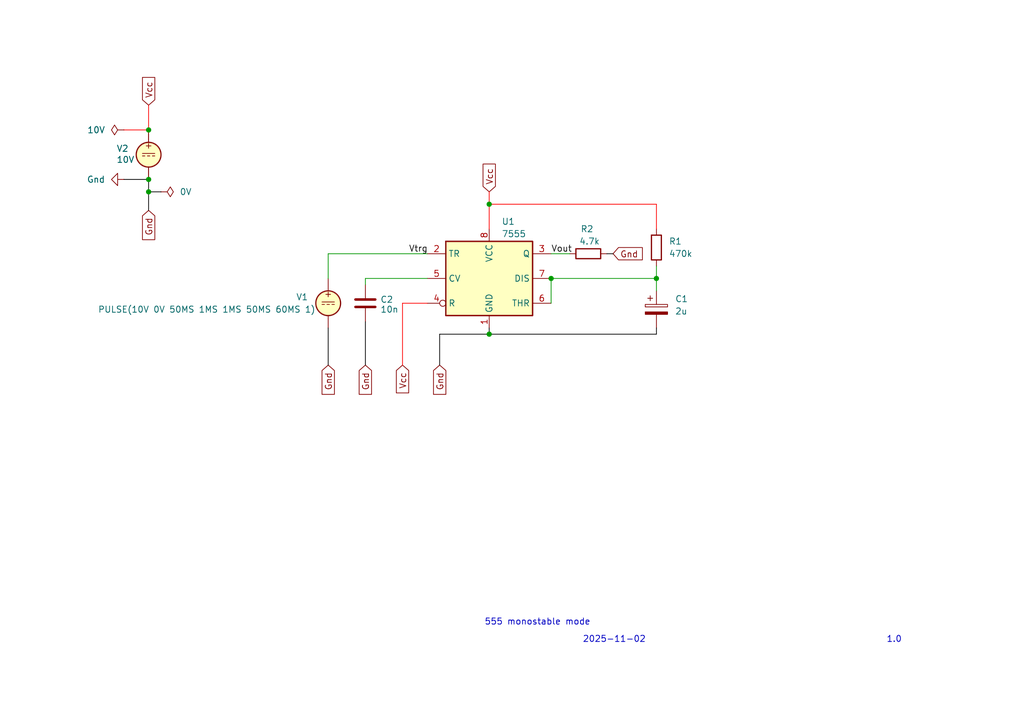
<source format=kicad_sch>
(kicad_sch (version 20250114) (generator "eeschema") (generator_version "9.0")
  (paper "A5")
  (lib_symbols
    (symbol "Device:C" (pin_numbers (hide yes)) (pin_names (offset 0.254))
      (property "Reference" "C" (at 0.635 2.54 0))
      (property "Value" "C" (at 0.635 -2.54 0))
      (symbol "C_0_1"
        (polyline (pts (xy -2.032 0.762) (xy 2.032 0.762)) (stroke (width 0.508)))
        (polyline (pts (xy -2.032 -0.762) (xy 2.032 -0.762)) (stroke (width 0.508)))
      )
      (symbol "C_1_1"
        (pin passive line (at 0 3.81 270) (length 2.794) (name "~") (number "1"))
        (pin passive line (at 0 -3.81 90) (length 2.794) (name "~") (number "2"))
      )
    )
    (symbol "Device:C_Polarized" (pin_numbers (hide yes)) (pin_names (offset 0.254))
      (property "Reference" "C" (at 0.635 2.54 0))
      (property "Value" "C_Polarized" (at 0.635 -2.54 0))
      (symbol "C_Polarized_0_1"
        (rectangle (start -2.286 0.508) (end 2.286 1.016))
        (polyline (pts (xy -1.778 2.286) (xy -0.762 2.286)))
        (polyline (pts (xy -1.27 2.794) (xy -1.27 1.778)))
        (rectangle (start 2.286 -0.508) (end -2.286 -1.016) (fill (type outline)))
      )
      (symbol "C_Polarized_1_1"
        (pin passive line (at 0 3.81 270) (length 2.794) (name "~") (number "1"))
        (pin passive line (at 0 -3.81 90) (length 2.794) (name "~") (number "2"))
      )
    )
    (symbol "Device:R" (pin_numbers (hide yes)) (pin_names (offset 0))
      (property "Reference" "R" (at 2.032 0 90))
      (property "Value" "R" (at 0 0 90))
      (symbol "R_0_1"
        (rectangle (start -1.016 -2.54) (end 1.016 2.54) (stroke (width 0.254)))
      )
      (symbol "R_1_1"
        (pin passive line (at 0 3.81 270) (length 1.27) (name "~") (number "1"))
        (pin passive line (at 0 -3.81 90) (length 1.27) (name "~") (number "2"))
      )
    )
    (symbol "Simulation_SPICE:VDC" (pin_numbers (hide yes)) (pin_names (offset 0.0254))
      (property "Reference" "V" (at 2.54 2.54 0))
      (property "Value" "1" (at 2.54 0 0))
      (symbol "VDC_0_0"
        (polyline (pts (xy -1.27 0.254) (xy 1.27 0.254)))
        (polyline (pts (xy -0.762 -0.254) (xy -1.27 -0.254)))
        (polyline (pts (xy 0.254 -0.254) (xy -0.254 -0.254)))
        (polyline (pts (xy 1.27 -0.254) (xy 0.762 -0.254)))
        (text "+" (at 0 1.905 0) (effects (font (size 1.27 1.27))))
      )
      (symbol "VDC_0_1"
        (circle (center 0 0) (radius 2.54) (stroke (width 0.254)) (fill (type background)))
      )
      (symbol "VDC_1_1"
        (pin passive line (at 0 5.08 270) (length 2.54) (name "~") (number "1"))
        (pin passive line (at 0 -5.08 90) (length 2.54) (name "~") (number "2"))
      )
    )
    (symbol "Timer:LM555xN"
      (property "Reference" "U" (at -10.16 8.89 0))
      (property "Value" "LM555xN" (at 2.54 8.89 0))
      (symbol "LM555xN_0_0"
        (pin power_in line (at 0 10.16 270) (length 2.54) (name "VCC") (number "8"))
        (pin power_in line (at 0 -10.16 90) (length 2.54) (name "GND") (number "1"))
      )
      (symbol "LM555xN_0_1"
        (rectangle (start -8.89 -7.62) (end 8.89 7.62) (stroke (width 0.254)) (fill (type background)))
        (rectangle (start -8.89 -7.62) (end 8.89 7.62) (stroke (width 0.254)) (fill (type background)))
      )
      (symbol "LM555xN_1_1"
        (pin input line (at -12.7 5.08 0) (length 3.81) (name "TR") (number "2"))
        (pin input line (at -12.7 0 0) (length 3.81) (name "CV") (number "5"))
        (pin input inverted (at -12.7 -5.08 0) (length 3.81) (name "R") (number "4"))
        (pin output line (at 12.7 5.08 180) (length 3.81) (name "Q") (number "3"))
        (pin input line (at 12.7 0 180) (length 3.81) (name "DIS") (number "7"))
        (pin input line (at 12.7 -5.08 180) (length 3.81) (name "THR") (number "6"))
      )
    )
    (symbol "power:GND" (power) (pin_numbers (hide yes)) (pin_names (offset 0) (hide yes))
      (property "Value" "GND" (at 0 -3.81 0))
      (symbol "GND_0_1"
        (polyline (pts (xy 0 0) (xy 0 -1.27) (xy 1.27 -1.27) (xy 0 -2.54) (xy -1.27 -1.27) (xy 0 -1.27)))
      )
      (symbol "GND_1_1"
        (pin power_in line (at 0 0 270) (length 0) (name "~") (number "1"))
      )
    )
    (symbol "power:PWR_FLAG" (power) (pin_numbers (hide yes)) (pin_names (offset 0) (hide yes))
      (property "Value" "PWR_FLAG" (at 0 3.81 0))
      (symbol "PWR_FLAG_0_0"
        (pin power_out line (at 0 0 90) (length 0) (name "~") (number "1"))
      )
      (symbol "PWR_FLAG_0_1"
        (polyline (pts (xy 0 0) (xy 0 1.27) (xy -1.016 1.905) (xy 0 2.54) (xy 1.016 1.905) (xy 0 1.27)))
      )
    )
  )
  (text "555 monostable mode" (at 110.236 127.762 0) (effects (font (size 1.27 1.27))))
  (text "2025-11-02" (at 125.984 131.318 0) (effects (font (size 1.27 1.27))))
  (text "1.0" (at 183.388 131.318 0) (effects (font (size 1.27 1.27))))
  (junction (at 30.48 36.83))
  (junction (at 134.62 57.15))
  (junction (at 100.33 68.58))
  (junction (at 30.48 26.67))
  (junction (at 113.03 57.15))
  (junction (at 30.48 39.37))
  (junction (at 100.33 41.91))
  (wire (pts (xy 67.31 52.07) (xy 87.63 52.07)))
  (wire (pts (xy 134.62 41.91) (xy 134.62 46.99)) (stroke (width 0) (color 255 0 0 1)))
  (wire (pts (xy 74.93 66.04) (xy 74.93 74.93)) (stroke (width 0) (color 0 0 0 1)))
  (wire (pts (xy 74.93 57.15) (xy 87.63 57.15)))
  (wire (pts (xy 30.48 39.37) (xy 33.02 39.37)) (stroke (width 0) (color 0 0 0 1)))
  (wire (pts (xy 134.62 57.15) (xy 134.62 59.69)))
  (wire (pts (xy 113.03 57.15) (xy 113.03 62.23)))
  (wire (pts (xy 90.17 68.58) (xy 100.33 68.58)) (stroke (width 0) (color 0 0 0 1)))
  (wire (pts (xy 100.33 41.91) (xy 100.33 46.99)) (stroke (width 0) (color 255 0 0 1)))
  (wire (pts (xy 30.48 39.37) (xy 30.48 43.18)) (stroke (width 0) (color 0 0 0 1)))
  (wire (pts (xy 30.48 21.59) (xy 30.48 26.67)) (stroke (width 0) (color 255 0 0 1)))
  (wire (pts (xy 25.4 26.67) (xy 30.48 26.67)) (stroke (width 0) (color 255 0 0 1)))
  (wire (pts (xy 134.62 54.61) (xy 134.62 57.15)))
  (wire (pts (xy 67.31 67.31) (xy 67.31 74.93)) (stroke (width 0) (color 0 0 0 1)))
  (wire (pts (xy 100.33 39.37) (xy 100.33 41.91)) (stroke (width 0) (color 255 0 0 1)))
  (wire (pts (xy 30.48 39.37) (xy 30.48 36.83)) (stroke (width 0) (color 0 0 0 1)))
  (wire (pts (xy 134.62 67.31) (xy 134.62 68.58)) (stroke (width 0) (color 0 0 0 1)))
  (wire (pts (xy 82.55 62.23) (xy 82.55 74.93)) (stroke (width 0) (color 255 0 0 1)))
  (wire (pts (xy 125.73 52.07) (xy 124.46 52.07)) (stroke (width 0) (color 0 0 0 1)))
  (wire (pts (xy 82.55 62.23) (xy 87.63 62.23)) (stroke (width 0) (color 255 0 0 1)))
  (wire (pts (xy 113.03 57.15) (xy 134.62 57.15)))
  (wire (pts (xy 67.31 57.15) (xy 67.31 52.07)))
  (wire (pts (xy 113.03 52.07) (xy 116.84 52.07)))
  (wire (pts (xy 74.93 57.15) (xy 74.93 58.42)))
  (wire (pts (xy 100.33 68.58) (xy 134.62 68.58)) (stroke (width 0) (color 0 0 0 1)))
  (wire (pts (xy 100.33 67.31) (xy 100.33 68.58)) (stroke (width 0) (color 0 0 0 1)))
  (wire (pts (xy 100.33 41.91) (xy 134.62 41.91)) (stroke (width 0) (color 255 0 0 1)))
  (wire (pts (xy 90.17 68.58) (xy 90.17 74.93)) (stroke (width 0) (color 0 0 0 1)))
  (wire (pts (xy 25.4 36.83) (xy 30.48 36.83)) (stroke (width 0) (color 0 0 0 1)))
  (label "Vout" (at 113.03 52.07 0))
  (label "Vtrg" (at 83.82 52.07 0))
  (global_label "Gnd" (shape input) (at 67.31 74.93 270) (property "Intersheetrefs" "${INTERSHEET_REFS}" (effects (hide yes))))
  (global_label "Gnd" (shape input) (at 74.93 74.93 270) (property "Intersheetrefs" "${INTERSHEET_REFS}" (effects (hide yes))))
  (global_label "Vcc" (shape input) (at 82.55 74.93 270) (property "Intersheetrefs" "${INTERSHEET_REFS}" (effects (hide yes))))
  (global_label "Gnd" (shape input) (at 125.73 52.07 0) (property "Intersheetrefs" "${INTERSHEET_REFS}" (effects (hide yes))))
  (global_label "Gnd" (shape input) (at 90.17 74.93 270) (property "Intersheetrefs" "${INTERSHEET_REFS}" (effects (hide yes))))
  (global_label "Vcc" (shape input) (at 30.48 21.59 90) (property "Intersheetrefs" "${INTERSHEET_REFS}" (effects (hide yes))))
  (global_label "Vcc" (shape input) (at 100.33 39.37 90) (property "Intersheetrefs" "${INTERSHEET_REFS}" (effects (hide yes))))
  (global_label "Gnd" (shape input) (at 30.48 43.18 270) (property "Intersheetrefs" "${INTERSHEET_REFS}" (effects (hide yes))))
  (symbol (lib_id "Timer:LM555xN") (at 100.33 57.15 0) (unit 1)
    (property "Reference" "U1" (at 102.87 45.466 0) (effects (justify left)))
    (property "Value" "7555" (at 102.87 48.006 0) (effects (justify left)))
    (property "Footprint" "Package_DIP:DIP-8_W7.62mm" (effects (hide yes)))
    (property "Datasheet" "http://www.ti.com/lit/ds/symlink/lm555.pdf" (effects (hide yes)))
    (property "Description" "Timer, 555 compatible, PDIP-8" (effects (hide yes)))
    (property "Sim.Library" "/home/kjetil/kicad/NE555.lib" (effects (hide yes)))
    (property "Sim.Name" "NE555" (effects (hide yes)))
    (property "Sim.Device" "SUBCKT" (effects (hide yes)))
    (property "Sim.Pins" "1=1 2=2 3=3 4=4 5=5 6=6 7=7 8=8" (effects (hide yes)))
  )
  (symbol (lib_id "Simulation_SPICE:VDC") (at 67.31 62.23 0) (unit 1)
    (property "Reference" "V1" (at 60.706 60.96 0) (effects (justify left)))
    (property "Value" "PULSE(10V 0V 50MS 1MS 1MS 50MS 60MS 1)" (at 20.066 63.5 0) (effects (justify left)))
    (property "Datasheet" "https://ngspice.sourceforge.io/docs/ngspice-html-manual/manual.xhtml#sec_Independent_Sources_for" (effects (hide yes)))
    (property "Description" "Voltage source, DC" (effects (hide yes)))
    (property "Sim.Pins" "1=+ 2=-" (effects (hide yes)))
    (property "Sim.Type" "DC" (effects (hide yes)))
    (property "Sim.Device" "V" (effects (hide yes)))
  )
  (symbol (lib_id "power:PWR_FLAG") (at 33.02 39.37 270) (unit 1)
    (property "Reference" "#FLG02" (effects (hide yes)))
    (property "Value" "0V" (at 36.83 39.37 90) (effects (justify left)))
    (property "Description" "Special symbol for telling ERC where power comes from" (effects (hide yes)))
  )
  (symbol (lib_id "Device:R") (at 134.62 50.8 0) (unit 1)
    (property "Reference" "R1" (at 137.16 49.5299 0) (effects (justify left)))
    (property "Value" "470k" (at 137.16 52.0699 0) (effects (justify left)))
    (property "Description" "Resistor" (effects (hide yes)))
  )
  (symbol (lib_id "Device:C") (at 74.93 62.23 180) (unit 1)
    (property "Reference" "C2" (at 77.978 61.468 0) (effects (justify right)))
    (property "Value" "10n" (at 77.978 63.5 0) (effects (justify right)))
    (property "Description" "Unpolarized capacitor" (effects (hide yes)))
  )
  (symbol (lib_id "Device:C_Polarized") (at 134.62 63.5 0) (unit 1)
    (property "Reference" "C1" (at 138.43 61.3409 0) (effects (justify left)))
    (property "Value" "2u" (at 138.43 63.8809 0) (effects (justify left)))
    (property "Description" "Polarized capacitor" (effects (hide yes)))
  )
  (symbol (lib_id "Simulation_SPICE:VDC") (at 30.48 31.75 0) (unit 1)
    (property "Reference" "V2" (at 23.876 30.48 0) (effects (justify left)))
    (property "Value" "10V" (at 23.876 32.766 0) (effects (justify left)))
    (property "Datasheet" "https://ngspice.sourceforge.io/docs/ngspice-html-manual/manual.xhtml#sec_Independent_Sources_for" (effects (hide yes)))
    (property "Description" "Voltage source, DC" (effects (hide yes)))
    (property "Sim.Pins" "1=+ 2=-" (effects (hide yes)))
    (property "Sim.Type" "DC" (effects (hide yes)))
    (property "Sim.Device" "V" (effects (hide yes)))
  )
  (symbol (lib_id "power:PWR_FLAG") (at 25.4 26.67 90) (unit 1)
    (property "Reference" "#FLG01" (effects (hide yes)))
    (property "Value" "10V" (at 21.59 26.6699 90) (effects (justify left)))
    (property "Description" "Special symbol for telling ERC where power comes from" (effects (hide yes)))
  )
  (symbol (lib_id "power:GND") (at 25.4 36.83 270) (unit 1)
    (property "Reference" "#PWR01" (effects (hide yes)))
    (property "Value" "Gnd" (at 21.59 36.8299 90) (effects (justify right)))
    (property "Description" "Power symbol creates a global label with name \"GND\" , ground" (effects (hide yes)))
  )
  (symbol (lib_id "Device:R") (at 120.65 52.07 90) (unit 1)
    (property "Reference" "R2" (at 120.396 46.99 90))
    (property "Value" "4.7k" (at 120.904 49.53 90))
    (property "Description" "Resistor" (effects (hide yes)))
  )
)
</source>
